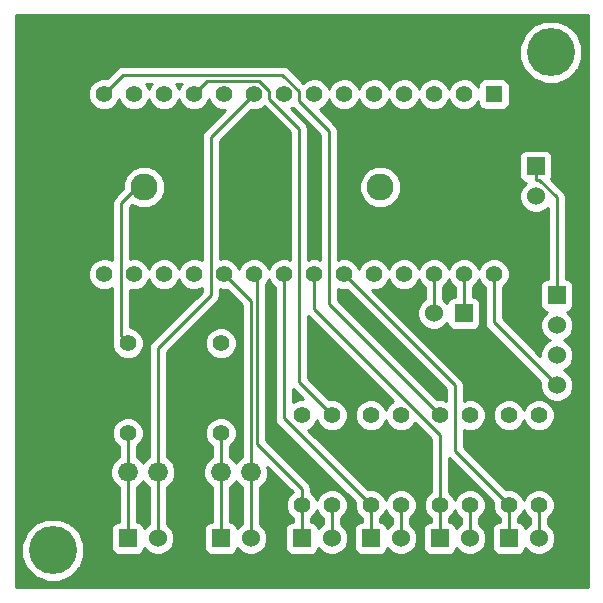
<source format=gbl>
G04 (created by PCBNEW (22-Jun-2014 BZR 4027)-stable) date Thu 15 Jan 2015 23:12:56 CET*
%MOIN*%
G04 Gerber Fmt 3.4, Leading zero omitted, Abs format*
%FSLAX34Y34*%
G01*
G70*
G90*
G04 APERTURE LIST*
%ADD10C,0.00590551*%
%ADD11C,0.09*%
%ADD12R,0.055X0.055*%
%ADD13C,0.055*%
%ADD14R,0.06X0.06*%
%ADD15C,0.06*%
%ADD16C,0.16*%
%ADD17C,0.066*%
%ADD18C,0.01*%
G04 APERTURE END LIST*
G54D10*
G54D11*
X42944Y-37300D03*
X50818Y-37300D03*
G54D12*
X54600Y-34200D03*
G54D13*
X53600Y-34200D03*
X52600Y-34200D03*
X51600Y-34200D03*
X50600Y-34200D03*
X49600Y-34200D03*
X48600Y-34200D03*
X47600Y-34200D03*
X46600Y-34200D03*
X45600Y-34200D03*
X44600Y-34200D03*
X43600Y-34200D03*
X42600Y-34200D03*
X41600Y-34200D03*
X41600Y-40200D03*
X42600Y-40200D03*
X43600Y-40200D03*
X44600Y-40200D03*
X45600Y-40200D03*
X46600Y-40200D03*
X47600Y-40200D03*
X48600Y-40200D03*
X49600Y-40200D03*
X50600Y-40200D03*
X51600Y-40200D03*
X52600Y-40200D03*
X53600Y-40200D03*
X54600Y-40200D03*
X49200Y-44900D03*
X49200Y-47900D03*
X48200Y-44900D03*
X48200Y-47900D03*
G54D14*
X48200Y-49000D03*
G54D15*
X49200Y-49000D03*
G54D13*
X51500Y-44900D03*
X51500Y-47900D03*
X50500Y-44900D03*
X50500Y-47900D03*
G54D14*
X56000Y-36600D03*
G54D15*
X56000Y-37600D03*
G54D14*
X50500Y-49000D03*
G54D15*
X51500Y-49000D03*
G54D16*
X39900Y-49400D03*
G54D13*
X55100Y-44900D03*
X55100Y-47900D03*
X42400Y-42500D03*
X42400Y-45500D03*
X53800Y-44900D03*
X53800Y-47900D03*
X52800Y-44900D03*
X52800Y-47900D03*
G54D14*
X55100Y-49000D03*
G54D15*
X56100Y-49000D03*
G54D14*
X52800Y-49000D03*
G54D15*
X53800Y-49000D03*
G54D13*
X45500Y-42500D03*
X45500Y-45500D03*
X56100Y-44900D03*
X56100Y-47900D03*
G54D17*
X43400Y-46800D03*
X42400Y-46800D03*
X46500Y-46800D03*
X45500Y-46800D03*
G54D14*
X42400Y-49000D03*
G54D15*
X43400Y-49000D03*
G54D14*
X45500Y-49000D03*
G54D15*
X46500Y-49000D03*
G54D16*
X56500Y-32800D03*
G54D14*
X56700Y-40900D03*
G54D15*
X56700Y-41900D03*
X56700Y-42900D03*
X56700Y-43900D03*
G54D14*
X53600Y-41500D03*
G54D15*
X52600Y-41500D03*
G54D18*
X56112Y-37050D02*
X56000Y-37050D01*
X56700Y-37637D02*
X56112Y-37050D01*
X56700Y-40900D02*
X56700Y-37637D01*
X56000Y-36600D02*
X56000Y-37050D01*
X42170Y-42270D02*
X42400Y-42500D01*
X42170Y-37829D02*
X42170Y-42270D01*
X42700Y-37300D02*
X42170Y-37829D01*
X54600Y-41800D02*
X56700Y-43900D01*
X54600Y-40200D02*
X54600Y-41800D01*
X42400Y-46800D02*
X42400Y-49000D01*
X42400Y-45500D02*
X42400Y-46800D01*
X43400Y-49000D02*
X43400Y-46800D01*
X45158Y-35641D02*
X46600Y-34200D01*
X45158Y-40901D02*
X45158Y-35641D01*
X43400Y-42660D02*
X45158Y-40901D01*
X43400Y-46800D02*
X43400Y-42660D01*
X45500Y-49000D02*
X45500Y-46800D01*
X45500Y-46800D02*
X45500Y-45500D01*
X46500Y-49000D02*
X46500Y-46800D01*
X46500Y-41100D02*
X45600Y-40200D01*
X46500Y-46800D02*
X46500Y-41100D01*
X53600Y-41500D02*
X53600Y-40200D01*
X50500Y-49000D02*
X50500Y-47900D01*
X47600Y-45000D02*
X47600Y-40200D01*
X50500Y-47900D02*
X47600Y-45000D01*
X51500Y-49000D02*
X51500Y-47900D01*
X45027Y-33772D02*
X44600Y-34200D01*
X46778Y-33772D02*
X45027Y-33772D01*
X47100Y-34094D02*
X46778Y-33772D01*
X47100Y-34350D02*
X47100Y-34094D01*
X48100Y-35350D02*
X47100Y-34350D01*
X48100Y-43800D02*
X48100Y-35350D01*
X49200Y-44900D02*
X48100Y-43800D01*
X42248Y-33551D02*
X41600Y-34200D01*
X47552Y-33551D02*
X42248Y-33551D01*
X48099Y-34098D02*
X47552Y-33551D01*
X48099Y-34424D02*
X48099Y-34098D01*
X49100Y-35425D02*
X48099Y-34424D01*
X49100Y-41200D02*
X49100Y-35425D01*
X52800Y-44900D02*
X49100Y-41200D01*
X53800Y-49000D02*
X53800Y-47900D01*
X55100Y-49000D02*
X55100Y-47900D01*
X53300Y-43900D02*
X49600Y-40200D01*
X53300Y-46100D02*
X53300Y-43900D01*
X55100Y-47900D02*
X53300Y-46100D01*
X52800Y-49000D02*
X52800Y-47900D01*
X48600Y-41375D02*
X48600Y-40200D01*
X52800Y-45575D02*
X48600Y-41375D01*
X52800Y-47900D02*
X52800Y-45575D01*
X49200Y-49000D02*
X49200Y-47900D01*
X48200Y-49000D02*
X48200Y-47900D01*
X46712Y-40312D02*
X46600Y-40200D01*
X46712Y-45857D02*
X46712Y-40312D01*
X48200Y-47345D02*
X46712Y-45857D01*
X48200Y-47900D02*
X48200Y-47345D01*
X56100Y-49000D02*
X56100Y-47900D01*
X52600Y-41500D02*
X52600Y-40200D01*
G54D10*
G36*
X43100Y-48528D02*
X43088Y-48533D01*
X42950Y-48672D01*
X42950Y-48650D01*
X42912Y-48558D01*
X42841Y-48488D01*
X42749Y-48450D01*
X42700Y-48450D01*
X42700Y-47303D01*
X42728Y-47291D01*
X42891Y-47128D01*
X42899Y-47108D01*
X42908Y-47128D01*
X43071Y-47291D01*
X43100Y-47303D01*
X43100Y-48528D01*
X43100Y-48528D01*
G37*
G54D18*
X43100Y-48528D02*
X43088Y-48533D01*
X42950Y-48672D01*
X42950Y-48650D01*
X42912Y-48558D01*
X42841Y-48488D01*
X42749Y-48450D01*
X42700Y-48450D01*
X42700Y-47303D01*
X42728Y-47291D01*
X42891Y-47128D01*
X42899Y-47108D01*
X42908Y-47128D01*
X43071Y-47291D01*
X43100Y-47303D01*
X43100Y-48528D01*
G54D10*
G36*
X43206Y-33851D02*
X43155Y-33902D01*
X43099Y-34035D01*
X43045Y-33903D01*
X42993Y-33851D01*
X43206Y-33851D01*
X43206Y-33851D01*
G37*
G54D18*
X43206Y-33851D02*
X43155Y-33902D01*
X43099Y-34035D01*
X43045Y-33903D01*
X42993Y-33851D01*
X43206Y-33851D01*
G54D10*
G36*
X44206Y-33851D02*
X44155Y-33902D01*
X44099Y-34035D01*
X44045Y-33903D01*
X43993Y-33851D01*
X44206Y-33851D01*
X44206Y-33851D01*
G37*
G54D18*
X44206Y-33851D02*
X44155Y-33902D01*
X44099Y-34035D01*
X44045Y-33903D01*
X43993Y-33851D01*
X44206Y-33851D01*
G54D10*
G36*
X46200Y-48528D02*
X46188Y-48533D01*
X46050Y-48672D01*
X46050Y-48650D01*
X46012Y-48558D01*
X45941Y-48488D01*
X45849Y-48450D01*
X45800Y-48450D01*
X45800Y-47303D01*
X45828Y-47291D01*
X45991Y-47128D01*
X45999Y-47108D01*
X46008Y-47128D01*
X46171Y-47291D01*
X46200Y-47303D01*
X46200Y-48528D01*
X46200Y-48528D01*
G37*
G54D18*
X46200Y-48528D02*
X46188Y-48533D01*
X46050Y-48672D01*
X46050Y-48650D01*
X46012Y-48558D01*
X45941Y-48488D01*
X45849Y-48450D01*
X45800Y-48450D01*
X45800Y-47303D01*
X45828Y-47291D01*
X45991Y-47128D01*
X45999Y-47108D01*
X46008Y-47128D01*
X46171Y-47291D01*
X46200Y-47303D01*
X46200Y-48528D01*
G54D10*
G36*
X47800Y-39714D02*
X47704Y-39675D01*
X47496Y-39674D01*
X47303Y-39754D01*
X47155Y-39902D01*
X47099Y-40035D01*
X47045Y-39903D01*
X46897Y-39755D01*
X46704Y-39675D01*
X46496Y-39674D01*
X46303Y-39754D01*
X46155Y-39902D01*
X46099Y-40035D01*
X46045Y-39903D01*
X45897Y-39755D01*
X45704Y-39675D01*
X45496Y-39674D01*
X45458Y-39690D01*
X45458Y-35765D01*
X46499Y-34724D01*
X46703Y-34725D01*
X46897Y-34645D01*
X46934Y-34608D01*
X47800Y-35474D01*
X47800Y-39714D01*
X47800Y-39714D01*
G37*
G54D18*
X47800Y-39714D02*
X47704Y-39675D01*
X47496Y-39674D01*
X47303Y-39754D01*
X47155Y-39902D01*
X47099Y-40035D01*
X47045Y-39903D01*
X46897Y-39755D01*
X46704Y-39675D01*
X46496Y-39674D01*
X46303Y-39754D01*
X46155Y-39902D01*
X46099Y-40035D01*
X46045Y-39903D01*
X45897Y-39755D01*
X45704Y-39675D01*
X45496Y-39674D01*
X45458Y-39690D01*
X45458Y-35765D01*
X46499Y-34724D01*
X46703Y-34725D01*
X46897Y-34645D01*
X46934Y-34608D01*
X47800Y-35474D01*
X47800Y-39714D01*
G54D10*
G36*
X48250Y-44375D02*
X48096Y-44374D01*
X47903Y-44454D01*
X47900Y-44457D01*
X47900Y-44024D01*
X48250Y-44375D01*
X48250Y-44375D01*
G37*
G54D18*
X48250Y-44375D02*
X48096Y-44374D01*
X47903Y-44454D01*
X47900Y-44457D01*
X47900Y-44024D01*
X48250Y-44375D01*
G54D10*
G36*
X48800Y-39714D02*
X48704Y-39675D01*
X48496Y-39674D01*
X48400Y-39714D01*
X48400Y-35350D01*
X48377Y-35235D01*
X48312Y-35137D01*
X48312Y-35137D01*
X47845Y-34671D01*
X47872Y-34660D01*
X47874Y-34654D01*
X47896Y-34645D01*
X48800Y-35549D01*
X48800Y-39714D01*
X48800Y-39714D01*
G37*
G54D18*
X48800Y-39714D02*
X48704Y-39675D01*
X48496Y-39674D01*
X48400Y-39714D01*
X48400Y-35350D01*
X48377Y-35235D01*
X48312Y-35137D01*
X48312Y-35137D01*
X47845Y-34671D01*
X47872Y-34660D01*
X47874Y-34654D01*
X47896Y-34645D01*
X48800Y-35549D01*
X48800Y-39714D01*
G54D10*
G36*
X48900Y-48528D02*
X48888Y-48533D01*
X48750Y-48672D01*
X48750Y-48650D01*
X48712Y-48558D01*
X48641Y-48488D01*
X48549Y-48450D01*
X48500Y-48450D01*
X48500Y-48342D01*
X48644Y-48197D01*
X48700Y-48064D01*
X48754Y-48197D01*
X48900Y-48342D01*
X48900Y-48528D01*
X48900Y-48528D01*
G37*
G54D18*
X48900Y-48528D02*
X48888Y-48533D01*
X48750Y-48672D01*
X48750Y-48650D01*
X48712Y-48558D01*
X48641Y-48488D01*
X48549Y-48450D01*
X48500Y-48450D01*
X48500Y-48342D01*
X48644Y-48197D01*
X48700Y-48064D01*
X48754Y-48197D01*
X48900Y-48342D01*
X48900Y-48528D01*
G54D10*
G36*
X51200Y-48528D02*
X51188Y-48533D01*
X51050Y-48672D01*
X51050Y-48650D01*
X51012Y-48558D01*
X50941Y-48488D01*
X50849Y-48450D01*
X50800Y-48450D01*
X50800Y-48342D01*
X50944Y-48197D01*
X51000Y-48064D01*
X51054Y-48197D01*
X51200Y-48342D01*
X51200Y-48528D01*
X51200Y-48528D01*
G37*
G54D18*
X51200Y-48528D02*
X51188Y-48533D01*
X51050Y-48672D01*
X51050Y-48650D01*
X51012Y-48558D01*
X50941Y-48488D01*
X50849Y-48450D01*
X50800Y-48450D01*
X50800Y-48342D01*
X50944Y-48197D01*
X51000Y-48064D01*
X51054Y-48197D01*
X51200Y-48342D01*
X51200Y-48528D01*
G54D10*
G36*
X53000Y-44414D02*
X52904Y-44375D01*
X52699Y-44374D01*
X49400Y-41075D01*
X49400Y-40685D01*
X49495Y-40724D01*
X49700Y-40725D01*
X53000Y-44024D01*
X53000Y-44414D01*
X53000Y-44414D01*
G37*
G54D18*
X53000Y-44414D02*
X52904Y-44375D01*
X52699Y-44374D01*
X49400Y-41075D01*
X49400Y-40685D01*
X49495Y-40724D01*
X49700Y-40725D01*
X53000Y-44024D01*
X53000Y-44414D01*
G54D10*
G36*
X53300Y-40949D02*
X53250Y-40949D01*
X53158Y-40987D01*
X53088Y-41058D01*
X53050Y-41150D01*
X53050Y-41172D01*
X52911Y-41034D01*
X52900Y-41029D01*
X52900Y-40642D01*
X53044Y-40497D01*
X53100Y-40364D01*
X53154Y-40497D01*
X53300Y-40642D01*
X53300Y-40949D01*
X53300Y-40949D01*
G37*
G54D18*
X53300Y-40949D02*
X53250Y-40949D01*
X53158Y-40987D01*
X53088Y-41058D01*
X53050Y-41150D01*
X53050Y-41172D01*
X52911Y-41034D01*
X52900Y-41029D01*
X52900Y-40642D01*
X53044Y-40497D01*
X53100Y-40364D01*
X53154Y-40497D01*
X53300Y-40642D01*
X53300Y-40949D01*
G54D10*
G36*
X53500Y-48528D02*
X53488Y-48533D01*
X53350Y-48672D01*
X53350Y-48650D01*
X53312Y-48558D01*
X53241Y-48488D01*
X53149Y-48450D01*
X53100Y-48450D01*
X53100Y-48342D01*
X53244Y-48197D01*
X53300Y-48064D01*
X53354Y-48197D01*
X53500Y-48342D01*
X53500Y-48528D01*
X53500Y-48528D01*
G37*
G54D18*
X53500Y-48528D02*
X53488Y-48533D01*
X53350Y-48672D01*
X53350Y-48650D01*
X53312Y-48558D01*
X53241Y-48488D01*
X53149Y-48450D01*
X53100Y-48450D01*
X53100Y-48342D01*
X53244Y-48197D01*
X53300Y-48064D01*
X53354Y-48197D01*
X53500Y-48342D01*
X53500Y-48528D01*
G54D10*
G36*
X55800Y-48528D02*
X55788Y-48533D01*
X55650Y-48672D01*
X55650Y-48650D01*
X55612Y-48558D01*
X55541Y-48488D01*
X55449Y-48450D01*
X55400Y-48450D01*
X55400Y-48342D01*
X55544Y-48197D01*
X55600Y-48064D01*
X55654Y-48197D01*
X55800Y-48342D01*
X55800Y-48528D01*
X55800Y-48528D01*
G37*
G54D18*
X55800Y-48528D02*
X55788Y-48533D01*
X55650Y-48672D01*
X55650Y-48650D01*
X55612Y-48558D01*
X55541Y-48488D01*
X55449Y-48450D01*
X55400Y-48450D01*
X55400Y-48342D01*
X55544Y-48197D01*
X55600Y-48064D01*
X55654Y-48197D01*
X55800Y-48342D01*
X55800Y-48528D01*
G54D10*
G36*
X57730Y-50630D02*
X57551Y-50630D01*
X57551Y-33001D01*
X57550Y-32796D01*
X57550Y-32592D01*
X57548Y-32587D01*
X57548Y-32583D01*
X57394Y-32211D01*
X57392Y-32210D01*
X57390Y-32206D01*
X57095Y-31910D01*
X57089Y-31907D01*
X57088Y-31905D01*
X56898Y-31828D01*
X56709Y-31750D01*
X56705Y-31750D01*
X56701Y-31748D01*
X56496Y-31749D01*
X56292Y-31749D01*
X56287Y-31751D01*
X56283Y-31751D01*
X55911Y-31905D01*
X55910Y-31907D01*
X55906Y-31909D01*
X55610Y-32204D01*
X55607Y-32210D01*
X55605Y-32211D01*
X55528Y-32401D01*
X55450Y-32590D01*
X55450Y-32594D01*
X55448Y-32598D01*
X55449Y-32803D01*
X55449Y-33007D01*
X55451Y-33012D01*
X55451Y-33016D01*
X55605Y-33388D01*
X55607Y-33389D01*
X55609Y-33394D01*
X55904Y-33689D01*
X55910Y-33692D01*
X55911Y-33694D01*
X56101Y-33771D01*
X56290Y-33849D01*
X56294Y-33849D01*
X56298Y-33851D01*
X56503Y-33850D01*
X56707Y-33850D01*
X56712Y-33848D01*
X56716Y-33848D01*
X57088Y-33694D01*
X57089Y-33692D01*
X57094Y-33690D01*
X57389Y-33395D01*
X57392Y-33389D01*
X57394Y-33388D01*
X57471Y-33198D01*
X57549Y-33009D01*
X57549Y-33005D01*
X57551Y-33001D01*
X57551Y-50630D01*
X57250Y-50630D01*
X57250Y-43791D01*
X57166Y-43588D01*
X57011Y-43434D01*
X56930Y-43400D01*
X57011Y-43366D01*
X57165Y-43211D01*
X57249Y-43009D01*
X57250Y-42791D01*
X57166Y-42588D01*
X57011Y-42434D01*
X56930Y-42400D01*
X57011Y-42366D01*
X57165Y-42211D01*
X57249Y-42009D01*
X57250Y-41791D01*
X57166Y-41588D01*
X57027Y-41450D01*
X57049Y-41450D01*
X57141Y-41412D01*
X57211Y-41341D01*
X57249Y-41249D01*
X57250Y-41150D01*
X57250Y-40550D01*
X57212Y-40458D01*
X57141Y-40388D01*
X57049Y-40350D01*
X57000Y-40350D01*
X57000Y-37637D01*
X56977Y-37522D01*
X56912Y-37425D01*
X56912Y-37425D01*
X56516Y-37030D01*
X56549Y-36949D01*
X56550Y-36850D01*
X56550Y-36250D01*
X56512Y-36158D01*
X56441Y-36088D01*
X56349Y-36050D01*
X56250Y-36049D01*
X55650Y-36049D01*
X55558Y-36087D01*
X55488Y-36158D01*
X55450Y-36250D01*
X55449Y-36349D01*
X55449Y-36949D01*
X55487Y-37041D01*
X55558Y-37111D01*
X55650Y-37149D01*
X55672Y-37149D01*
X55534Y-37288D01*
X55450Y-37490D01*
X55449Y-37708D01*
X55533Y-37911D01*
X55688Y-38065D01*
X55890Y-38149D01*
X56108Y-38150D01*
X56311Y-38066D01*
X56400Y-37977D01*
X56400Y-40349D01*
X56350Y-40349D01*
X56258Y-40387D01*
X56188Y-40458D01*
X56150Y-40550D01*
X56149Y-40649D01*
X56149Y-41249D01*
X56187Y-41341D01*
X56258Y-41411D01*
X56350Y-41449D01*
X56372Y-41449D01*
X56234Y-41588D01*
X56150Y-41790D01*
X56149Y-42008D01*
X56233Y-42211D01*
X56388Y-42365D01*
X56469Y-42399D01*
X56388Y-42433D01*
X56234Y-42588D01*
X56150Y-42790D01*
X56149Y-42925D01*
X54900Y-41675D01*
X54900Y-40642D01*
X55044Y-40497D01*
X55124Y-40304D01*
X55125Y-40096D01*
X55045Y-39903D01*
X54897Y-39755D01*
X54704Y-39675D01*
X54496Y-39674D01*
X54303Y-39754D01*
X54155Y-39902D01*
X54099Y-40035D01*
X54045Y-39903D01*
X53897Y-39755D01*
X53704Y-39675D01*
X53496Y-39674D01*
X53303Y-39754D01*
X53155Y-39902D01*
X53099Y-40035D01*
X53045Y-39903D01*
X52897Y-39755D01*
X52704Y-39675D01*
X52496Y-39674D01*
X52303Y-39754D01*
X52155Y-39902D01*
X52099Y-40035D01*
X52045Y-39903D01*
X51897Y-39755D01*
X51704Y-39675D01*
X51518Y-39674D01*
X51518Y-37161D01*
X51411Y-36904D01*
X51215Y-36706D01*
X50957Y-36600D01*
X50679Y-36599D01*
X50422Y-36706D01*
X50225Y-36902D01*
X50118Y-37160D01*
X50117Y-37438D01*
X50224Y-37696D01*
X50421Y-37893D01*
X50678Y-37999D01*
X50956Y-38000D01*
X51214Y-37893D01*
X51411Y-37697D01*
X51517Y-37439D01*
X51518Y-37161D01*
X51518Y-39674D01*
X51496Y-39674D01*
X51303Y-39754D01*
X51155Y-39902D01*
X51099Y-40035D01*
X51045Y-39903D01*
X50897Y-39755D01*
X50704Y-39675D01*
X50496Y-39674D01*
X50303Y-39754D01*
X50155Y-39902D01*
X50099Y-40035D01*
X50045Y-39903D01*
X49897Y-39755D01*
X49704Y-39675D01*
X49496Y-39674D01*
X49400Y-39714D01*
X49400Y-35425D01*
X49377Y-35310D01*
X49312Y-35212D01*
X49312Y-35212D01*
X48792Y-34693D01*
X48872Y-34660D01*
X48874Y-34654D01*
X48897Y-34645D01*
X49044Y-34497D01*
X49054Y-34474D01*
X49060Y-34472D01*
X49090Y-34387D01*
X49097Y-34371D01*
X49139Y-34472D01*
X49145Y-34474D01*
X49154Y-34497D01*
X49302Y-34644D01*
X49325Y-34654D01*
X49327Y-34660D01*
X49412Y-34690D01*
X49495Y-34724D01*
X49510Y-34724D01*
X49524Y-34729D01*
X49614Y-34725D01*
X49703Y-34725D01*
X49717Y-34719D01*
X49732Y-34718D01*
X49872Y-34660D01*
X49874Y-34654D01*
X49897Y-34645D01*
X50044Y-34497D01*
X50054Y-34474D01*
X50060Y-34472D01*
X50090Y-34387D01*
X50097Y-34371D01*
X50139Y-34472D01*
X50145Y-34474D01*
X50154Y-34497D01*
X50302Y-34644D01*
X50325Y-34654D01*
X50327Y-34660D01*
X50412Y-34690D01*
X50495Y-34724D01*
X50510Y-34724D01*
X50524Y-34729D01*
X50614Y-34725D01*
X50703Y-34725D01*
X50717Y-34719D01*
X50732Y-34718D01*
X50872Y-34660D01*
X50874Y-34654D01*
X50897Y-34645D01*
X51044Y-34497D01*
X51054Y-34474D01*
X51060Y-34472D01*
X51090Y-34387D01*
X51097Y-34371D01*
X51139Y-34472D01*
X51145Y-34474D01*
X51154Y-34497D01*
X51302Y-34644D01*
X51325Y-34654D01*
X51327Y-34660D01*
X51412Y-34690D01*
X51495Y-34724D01*
X51510Y-34724D01*
X51524Y-34729D01*
X51614Y-34725D01*
X51703Y-34725D01*
X51717Y-34719D01*
X51732Y-34718D01*
X51872Y-34660D01*
X51874Y-34654D01*
X51897Y-34645D01*
X52044Y-34497D01*
X52054Y-34474D01*
X52060Y-34472D01*
X52090Y-34387D01*
X52100Y-34364D01*
X52154Y-34497D01*
X52302Y-34644D01*
X52495Y-34724D01*
X52703Y-34725D01*
X52897Y-34645D01*
X53044Y-34497D01*
X53097Y-34371D01*
X53139Y-34472D01*
X53145Y-34474D01*
X53154Y-34497D01*
X53302Y-34644D01*
X53325Y-34654D01*
X53327Y-34660D01*
X53412Y-34690D01*
X53495Y-34724D01*
X53510Y-34724D01*
X53524Y-34729D01*
X53614Y-34725D01*
X53703Y-34725D01*
X53717Y-34719D01*
X53732Y-34718D01*
X53872Y-34660D01*
X53874Y-34654D01*
X53897Y-34645D01*
X54044Y-34497D01*
X54054Y-34474D01*
X54060Y-34472D01*
X54074Y-34431D01*
X54074Y-34524D01*
X54075Y-34524D01*
X54075Y-34524D01*
X54094Y-34570D01*
X54112Y-34616D01*
X54113Y-34616D01*
X54113Y-34616D01*
X54148Y-34651D01*
X54183Y-34686D01*
X54183Y-34686D01*
X54183Y-34687D01*
X54229Y-34705D01*
X54275Y-34724D01*
X54275Y-34724D01*
X54275Y-34725D01*
X54355Y-34725D01*
X54374Y-34725D01*
X54924Y-34725D01*
X55016Y-34687D01*
X55086Y-34616D01*
X55124Y-34524D01*
X55125Y-34425D01*
X55125Y-33974D01*
X55125Y-33875D01*
X55124Y-33875D01*
X55124Y-33875D01*
X55105Y-33829D01*
X55087Y-33783D01*
X55086Y-33783D01*
X55086Y-33783D01*
X55051Y-33748D01*
X55016Y-33713D01*
X55016Y-33713D01*
X55016Y-33712D01*
X54970Y-33694D01*
X54924Y-33675D01*
X54924Y-33675D01*
X54924Y-33674D01*
X54844Y-33674D01*
X54825Y-33674D01*
X54275Y-33674D01*
X54183Y-33712D01*
X54113Y-33783D01*
X54075Y-33875D01*
X54074Y-33962D01*
X54060Y-33927D01*
X54054Y-33925D01*
X54045Y-33903D01*
X53897Y-33755D01*
X53874Y-33745D01*
X53872Y-33739D01*
X53787Y-33709D01*
X53704Y-33675D01*
X53689Y-33675D01*
X53675Y-33670D01*
X53585Y-33674D01*
X53496Y-33674D01*
X53482Y-33680D01*
X53467Y-33681D01*
X53327Y-33739D01*
X53325Y-33745D01*
X53303Y-33754D01*
X53155Y-33902D01*
X53145Y-33925D01*
X53139Y-33927D01*
X53109Y-34012D01*
X53099Y-34035D01*
X53045Y-33903D01*
X52897Y-33755D01*
X52704Y-33675D01*
X52496Y-33674D01*
X52303Y-33754D01*
X52155Y-33902D01*
X52102Y-34028D01*
X52060Y-33927D01*
X52054Y-33925D01*
X52045Y-33903D01*
X51897Y-33755D01*
X51874Y-33745D01*
X51872Y-33739D01*
X51787Y-33709D01*
X51704Y-33675D01*
X51689Y-33675D01*
X51675Y-33670D01*
X51585Y-33674D01*
X51496Y-33674D01*
X51482Y-33680D01*
X51467Y-33681D01*
X51327Y-33739D01*
X51325Y-33745D01*
X51303Y-33754D01*
X51155Y-33902D01*
X51145Y-33925D01*
X51139Y-33927D01*
X51109Y-34012D01*
X51102Y-34028D01*
X51060Y-33927D01*
X51054Y-33925D01*
X51045Y-33903D01*
X50897Y-33755D01*
X50874Y-33745D01*
X50872Y-33739D01*
X50787Y-33709D01*
X50704Y-33675D01*
X50689Y-33675D01*
X50675Y-33670D01*
X50585Y-33674D01*
X50496Y-33674D01*
X50482Y-33680D01*
X50467Y-33681D01*
X50327Y-33739D01*
X50325Y-33745D01*
X50303Y-33754D01*
X50155Y-33902D01*
X50145Y-33925D01*
X50139Y-33927D01*
X50109Y-34012D01*
X50102Y-34028D01*
X50060Y-33927D01*
X50054Y-33925D01*
X50045Y-33903D01*
X49897Y-33755D01*
X49874Y-33745D01*
X49872Y-33739D01*
X49787Y-33709D01*
X49704Y-33675D01*
X49689Y-33675D01*
X49675Y-33670D01*
X49585Y-33674D01*
X49496Y-33674D01*
X49482Y-33680D01*
X49467Y-33681D01*
X49327Y-33739D01*
X49325Y-33745D01*
X49303Y-33754D01*
X49155Y-33902D01*
X49145Y-33925D01*
X49139Y-33927D01*
X49109Y-34012D01*
X49102Y-34028D01*
X49060Y-33927D01*
X49054Y-33925D01*
X49045Y-33903D01*
X48897Y-33755D01*
X48874Y-33745D01*
X48872Y-33739D01*
X48787Y-33709D01*
X48704Y-33675D01*
X48689Y-33675D01*
X48675Y-33670D01*
X48585Y-33674D01*
X48496Y-33674D01*
X48482Y-33680D01*
X48467Y-33681D01*
X48327Y-33739D01*
X48325Y-33745D01*
X48303Y-33754D01*
X48241Y-33816D01*
X47764Y-33339D01*
X47667Y-33274D01*
X47552Y-33251D01*
X42248Y-33251D01*
X42133Y-33274D01*
X42036Y-33339D01*
X41700Y-33675D01*
X41496Y-33674D01*
X41303Y-33754D01*
X41155Y-33902D01*
X41075Y-34095D01*
X41074Y-34303D01*
X41154Y-34497D01*
X41302Y-34644D01*
X41495Y-34724D01*
X41703Y-34725D01*
X41897Y-34645D01*
X42044Y-34497D01*
X42100Y-34364D01*
X42154Y-34497D01*
X42302Y-34644D01*
X42495Y-34724D01*
X42703Y-34725D01*
X42897Y-34645D01*
X43044Y-34497D01*
X43100Y-34364D01*
X43154Y-34497D01*
X43302Y-34644D01*
X43495Y-34724D01*
X43703Y-34725D01*
X43897Y-34645D01*
X44044Y-34497D01*
X44100Y-34364D01*
X44154Y-34497D01*
X44302Y-34644D01*
X44495Y-34724D01*
X44703Y-34725D01*
X44897Y-34645D01*
X45044Y-34497D01*
X45100Y-34364D01*
X45154Y-34497D01*
X45302Y-34644D01*
X45495Y-34724D01*
X45650Y-34725D01*
X44946Y-35429D01*
X44881Y-35526D01*
X44858Y-35641D01*
X44858Y-39738D01*
X44704Y-39675D01*
X44496Y-39674D01*
X44303Y-39754D01*
X44155Y-39902D01*
X44099Y-40035D01*
X44045Y-39903D01*
X43897Y-39755D01*
X43704Y-39675D01*
X43496Y-39674D01*
X43303Y-39754D01*
X43155Y-39902D01*
X43099Y-40035D01*
X43045Y-39903D01*
X42897Y-39755D01*
X42704Y-39675D01*
X42496Y-39674D01*
X42470Y-39685D01*
X42470Y-37953D01*
X42539Y-37885D01*
X42547Y-37893D01*
X42804Y-37999D01*
X43082Y-38000D01*
X43340Y-37893D01*
X43537Y-37697D01*
X43643Y-37439D01*
X43644Y-37161D01*
X43537Y-36904D01*
X43341Y-36706D01*
X43083Y-36600D01*
X42805Y-36599D01*
X42548Y-36706D01*
X42351Y-36902D01*
X42244Y-37160D01*
X42244Y-37331D01*
X41957Y-37617D01*
X41892Y-37714D01*
X41870Y-37829D01*
X41870Y-39738D01*
X41787Y-39709D01*
X41704Y-39675D01*
X41689Y-39675D01*
X41675Y-39670D01*
X41585Y-39674D01*
X41496Y-39674D01*
X41482Y-39680D01*
X41467Y-39681D01*
X41327Y-39739D01*
X41325Y-39745D01*
X41303Y-39754D01*
X41155Y-39902D01*
X41145Y-39925D01*
X41139Y-39927D01*
X41109Y-40012D01*
X41075Y-40095D01*
X41075Y-40110D01*
X41070Y-40124D01*
X41074Y-40214D01*
X41074Y-40303D01*
X41080Y-40317D01*
X41081Y-40332D01*
X41139Y-40472D01*
X41145Y-40474D01*
X41154Y-40497D01*
X41302Y-40644D01*
X41325Y-40654D01*
X41327Y-40660D01*
X41412Y-40690D01*
X41495Y-40724D01*
X41510Y-40724D01*
X41524Y-40729D01*
X41614Y-40725D01*
X41703Y-40725D01*
X41717Y-40719D01*
X41732Y-40718D01*
X41870Y-40661D01*
X41870Y-42270D01*
X41888Y-42362D01*
X41888Y-42362D01*
X41875Y-42395D01*
X41874Y-42603D01*
X41954Y-42797D01*
X42102Y-42944D01*
X42295Y-43024D01*
X42503Y-43025D01*
X42697Y-42945D01*
X42844Y-42797D01*
X42924Y-42604D01*
X42925Y-42396D01*
X42845Y-42203D01*
X42697Y-42055D01*
X42504Y-41975D01*
X42470Y-41975D01*
X42470Y-40714D01*
X42495Y-40724D01*
X42703Y-40725D01*
X42897Y-40645D01*
X43044Y-40497D01*
X43100Y-40364D01*
X43154Y-40497D01*
X43302Y-40644D01*
X43495Y-40724D01*
X43703Y-40725D01*
X43897Y-40645D01*
X44044Y-40497D01*
X44100Y-40364D01*
X44154Y-40497D01*
X44302Y-40644D01*
X44495Y-40724D01*
X44703Y-40725D01*
X44858Y-40661D01*
X44858Y-40777D01*
X43187Y-42447D01*
X43122Y-42545D01*
X43100Y-42660D01*
X43100Y-46296D01*
X43071Y-46308D01*
X42908Y-46471D01*
X42900Y-46491D01*
X42891Y-46471D01*
X42728Y-46308D01*
X42700Y-46296D01*
X42700Y-45942D01*
X42844Y-45797D01*
X42924Y-45604D01*
X42925Y-45396D01*
X42845Y-45203D01*
X42697Y-45055D01*
X42504Y-44975D01*
X42296Y-44974D01*
X42103Y-45054D01*
X41955Y-45202D01*
X41875Y-45395D01*
X41874Y-45603D01*
X41954Y-45797D01*
X42100Y-45942D01*
X42100Y-46296D01*
X42071Y-46308D01*
X41908Y-46471D01*
X41820Y-46684D01*
X41819Y-46914D01*
X41908Y-47128D01*
X42071Y-47291D01*
X42100Y-47303D01*
X42100Y-48449D01*
X42050Y-48449D01*
X41958Y-48487D01*
X41888Y-48558D01*
X41850Y-48650D01*
X41849Y-48749D01*
X41849Y-49349D01*
X41887Y-49441D01*
X41958Y-49511D01*
X42050Y-49549D01*
X42149Y-49550D01*
X42749Y-49550D01*
X42841Y-49512D01*
X42911Y-49441D01*
X42949Y-49349D01*
X42949Y-49327D01*
X43088Y-49465D01*
X43290Y-49549D01*
X43508Y-49550D01*
X43711Y-49466D01*
X43865Y-49311D01*
X43949Y-49109D01*
X43950Y-48891D01*
X43866Y-48688D01*
X43711Y-48534D01*
X43700Y-48529D01*
X43700Y-47303D01*
X43728Y-47291D01*
X43891Y-47128D01*
X43979Y-46915D01*
X43980Y-46685D01*
X43891Y-46471D01*
X43728Y-46308D01*
X43700Y-46296D01*
X43700Y-42784D01*
X45370Y-41113D01*
X45370Y-41113D01*
X45435Y-41016D01*
X45458Y-40901D01*
X45458Y-40901D01*
X45458Y-40709D01*
X45495Y-40724D01*
X45700Y-40725D01*
X46200Y-41224D01*
X46200Y-46296D01*
X46171Y-46308D01*
X46008Y-46471D01*
X46000Y-46491D01*
X45991Y-46471D01*
X45828Y-46308D01*
X45800Y-46296D01*
X45800Y-45942D01*
X45944Y-45797D01*
X46024Y-45604D01*
X46025Y-45396D01*
X46025Y-42396D01*
X45945Y-42203D01*
X45797Y-42055D01*
X45604Y-41975D01*
X45396Y-41974D01*
X45203Y-42054D01*
X45055Y-42202D01*
X44975Y-42395D01*
X44974Y-42603D01*
X45054Y-42797D01*
X45202Y-42944D01*
X45395Y-43024D01*
X45603Y-43025D01*
X45797Y-42945D01*
X45944Y-42797D01*
X46024Y-42604D01*
X46025Y-42396D01*
X46025Y-45396D01*
X45945Y-45203D01*
X45797Y-45055D01*
X45604Y-44975D01*
X45396Y-44974D01*
X45203Y-45054D01*
X45055Y-45202D01*
X44975Y-45395D01*
X44974Y-45603D01*
X45054Y-45797D01*
X45200Y-45942D01*
X45200Y-46296D01*
X45171Y-46308D01*
X45008Y-46471D01*
X44920Y-46684D01*
X44919Y-46914D01*
X45008Y-47128D01*
X45171Y-47291D01*
X45200Y-47303D01*
X45200Y-48449D01*
X45150Y-48449D01*
X45058Y-48487D01*
X44988Y-48558D01*
X44950Y-48650D01*
X44949Y-48749D01*
X44949Y-49349D01*
X44987Y-49441D01*
X45058Y-49511D01*
X45150Y-49549D01*
X45249Y-49550D01*
X45849Y-49550D01*
X45941Y-49512D01*
X46011Y-49441D01*
X46049Y-49349D01*
X46049Y-49327D01*
X46188Y-49465D01*
X46390Y-49549D01*
X46608Y-49550D01*
X46811Y-49466D01*
X46965Y-49311D01*
X47049Y-49109D01*
X47050Y-48891D01*
X46966Y-48688D01*
X46811Y-48534D01*
X46800Y-48529D01*
X46800Y-47303D01*
X46828Y-47291D01*
X46991Y-47128D01*
X47079Y-46915D01*
X47080Y-46685D01*
X47054Y-46624D01*
X47894Y-47463D01*
X47755Y-47602D01*
X47675Y-47795D01*
X47674Y-48003D01*
X47754Y-48197D01*
X47900Y-48342D01*
X47900Y-48449D01*
X47850Y-48449D01*
X47758Y-48487D01*
X47688Y-48558D01*
X47650Y-48650D01*
X47649Y-48749D01*
X47649Y-49349D01*
X47687Y-49441D01*
X47758Y-49511D01*
X47850Y-49549D01*
X47949Y-49550D01*
X48549Y-49550D01*
X48641Y-49512D01*
X48711Y-49441D01*
X48749Y-49349D01*
X48749Y-49327D01*
X48888Y-49465D01*
X49090Y-49549D01*
X49308Y-49550D01*
X49511Y-49466D01*
X49665Y-49311D01*
X49749Y-49109D01*
X49750Y-48891D01*
X49666Y-48688D01*
X49511Y-48534D01*
X49500Y-48529D01*
X49500Y-48342D01*
X49644Y-48197D01*
X49724Y-48004D01*
X49725Y-47796D01*
X49645Y-47603D01*
X49497Y-47455D01*
X49304Y-47375D01*
X49096Y-47374D01*
X48903Y-47454D01*
X48755Y-47602D01*
X48699Y-47735D01*
X48645Y-47603D01*
X48500Y-47457D01*
X48500Y-47345D01*
X48477Y-47230D01*
X48412Y-47132D01*
X48412Y-47132D01*
X47012Y-45733D01*
X47012Y-40529D01*
X47044Y-40497D01*
X47100Y-40364D01*
X47154Y-40497D01*
X47300Y-40642D01*
X47300Y-45000D01*
X47322Y-45114D01*
X47387Y-45212D01*
X49975Y-47799D01*
X49974Y-48003D01*
X50054Y-48197D01*
X50200Y-48342D01*
X50200Y-48449D01*
X50150Y-48449D01*
X50058Y-48487D01*
X49988Y-48558D01*
X49950Y-48650D01*
X49949Y-48749D01*
X49949Y-49349D01*
X49987Y-49441D01*
X50058Y-49511D01*
X50150Y-49549D01*
X50249Y-49550D01*
X50849Y-49550D01*
X50941Y-49512D01*
X51011Y-49441D01*
X51049Y-49349D01*
X51049Y-49327D01*
X51188Y-49465D01*
X51390Y-49549D01*
X51608Y-49550D01*
X51811Y-49466D01*
X51965Y-49311D01*
X52049Y-49109D01*
X52050Y-48891D01*
X51966Y-48688D01*
X51811Y-48534D01*
X51800Y-48529D01*
X51800Y-48342D01*
X51944Y-48197D01*
X52024Y-48004D01*
X52025Y-47796D01*
X51945Y-47603D01*
X51797Y-47455D01*
X51604Y-47375D01*
X51396Y-47374D01*
X51203Y-47454D01*
X51055Y-47602D01*
X50999Y-47735D01*
X50945Y-47603D01*
X50797Y-47455D01*
X50604Y-47375D01*
X50399Y-47374D01*
X48406Y-45382D01*
X48497Y-45345D01*
X48644Y-45197D01*
X48700Y-45064D01*
X48754Y-45197D01*
X48902Y-45344D01*
X49095Y-45424D01*
X49303Y-45425D01*
X49497Y-45345D01*
X49644Y-45197D01*
X49724Y-45004D01*
X49725Y-44796D01*
X49645Y-44603D01*
X49497Y-44455D01*
X49304Y-44375D01*
X49099Y-44374D01*
X48400Y-43675D01*
X48400Y-41600D01*
X51239Y-44439D01*
X51203Y-44454D01*
X51055Y-44602D01*
X50999Y-44735D01*
X50945Y-44603D01*
X50797Y-44455D01*
X50604Y-44375D01*
X50396Y-44374D01*
X50203Y-44454D01*
X50055Y-44602D01*
X49975Y-44795D01*
X49974Y-45003D01*
X50054Y-45197D01*
X50202Y-45344D01*
X50395Y-45424D01*
X50603Y-45425D01*
X50797Y-45345D01*
X50944Y-45197D01*
X51000Y-45064D01*
X51054Y-45197D01*
X51202Y-45344D01*
X51395Y-45424D01*
X51603Y-45425D01*
X51797Y-45345D01*
X51944Y-45197D01*
X51960Y-45160D01*
X52500Y-45700D01*
X52500Y-47457D01*
X52355Y-47602D01*
X52275Y-47795D01*
X52274Y-48003D01*
X52354Y-48197D01*
X52500Y-48342D01*
X52500Y-48449D01*
X52450Y-48449D01*
X52358Y-48487D01*
X52288Y-48558D01*
X52250Y-48650D01*
X52249Y-48749D01*
X52249Y-49349D01*
X52287Y-49441D01*
X52358Y-49511D01*
X52450Y-49549D01*
X52549Y-49550D01*
X53149Y-49550D01*
X53241Y-49512D01*
X53311Y-49441D01*
X53349Y-49349D01*
X53349Y-49327D01*
X53488Y-49465D01*
X53690Y-49549D01*
X53908Y-49550D01*
X54111Y-49466D01*
X54265Y-49311D01*
X54349Y-49109D01*
X54350Y-48891D01*
X54266Y-48688D01*
X54111Y-48534D01*
X54100Y-48529D01*
X54100Y-48342D01*
X54244Y-48197D01*
X54324Y-48004D01*
X54325Y-47796D01*
X54245Y-47603D01*
X54097Y-47455D01*
X53904Y-47375D01*
X53696Y-47374D01*
X53503Y-47454D01*
X53355Y-47602D01*
X53299Y-47735D01*
X53245Y-47603D01*
X53100Y-47457D01*
X53100Y-46324D01*
X54575Y-47799D01*
X54574Y-48003D01*
X54654Y-48197D01*
X54800Y-48342D01*
X54800Y-48449D01*
X54750Y-48449D01*
X54658Y-48487D01*
X54588Y-48558D01*
X54550Y-48650D01*
X54549Y-48749D01*
X54549Y-49349D01*
X54587Y-49441D01*
X54658Y-49511D01*
X54750Y-49549D01*
X54849Y-49550D01*
X55449Y-49550D01*
X55541Y-49512D01*
X55611Y-49441D01*
X55649Y-49349D01*
X55649Y-49327D01*
X55788Y-49465D01*
X55990Y-49549D01*
X56208Y-49550D01*
X56411Y-49466D01*
X56565Y-49311D01*
X56649Y-49109D01*
X56650Y-48891D01*
X56566Y-48688D01*
X56411Y-48534D01*
X56400Y-48529D01*
X56400Y-48342D01*
X56544Y-48197D01*
X56624Y-48004D01*
X56625Y-47796D01*
X56625Y-44796D01*
X56545Y-44603D01*
X56397Y-44455D01*
X56204Y-44375D01*
X55996Y-44374D01*
X55803Y-44454D01*
X55655Y-44602D01*
X55599Y-44735D01*
X55545Y-44603D01*
X55397Y-44455D01*
X55204Y-44375D01*
X54996Y-44374D01*
X54803Y-44454D01*
X54655Y-44602D01*
X54575Y-44795D01*
X54574Y-45003D01*
X54654Y-45197D01*
X54802Y-45344D01*
X54995Y-45424D01*
X55203Y-45425D01*
X55397Y-45345D01*
X55544Y-45197D01*
X55600Y-45064D01*
X55654Y-45197D01*
X55802Y-45344D01*
X55995Y-45424D01*
X56203Y-45425D01*
X56397Y-45345D01*
X56544Y-45197D01*
X56624Y-45004D01*
X56625Y-44796D01*
X56625Y-47796D01*
X56545Y-47603D01*
X56397Y-47455D01*
X56204Y-47375D01*
X55996Y-47374D01*
X55803Y-47454D01*
X55655Y-47602D01*
X55599Y-47735D01*
X55545Y-47603D01*
X55397Y-47455D01*
X55204Y-47375D01*
X54999Y-47374D01*
X53600Y-45975D01*
X53600Y-45385D01*
X53695Y-45424D01*
X53903Y-45425D01*
X54097Y-45345D01*
X54244Y-45197D01*
X54324Y-45004D01*
X54325Y-44796D01*
X54245Y-44603D01*
X54097Y-44455D01*
X53904Y-44375D01*
X53696Y-44374D01*
X53600Y-44414D01*
X53600Y-43900D01*
X53577Y-43785D01*
X53512Y-43687D01*
X50549Y-40724D01*
X50703Y-40725D01*
X50897Y-40645D01*
X51044Y-40497D01*
X51100Y-40364D01*
X51154Y-40497D01*
X51302Y-40644D01*
X51495Y-40724D01*
X51703Y-40725D01*
X51897Y-40645D01*
X52044Y-40497D01*
X52100Y-40364D01*
X52154Y-40497D01*
X52300Y-40642D01*
X52300Y-41028D01*
X52288Y-41033D01*
X52134Y-41188D01*
X52050Y-41390D01*
X52049Y-41608D01*
X52133Y-41811D01*
X52288Y-41965D01*
X52490Y-42049D01*
X52708Y-42050D01*
X52911Y-41966D01*
X53049Y-41827D01*
X53049Y-41849D01*
X53087Y-41941D01*
X53158Y-42011D01*
X53250Y-42049D01*
X53349Y-42050D01*
X53949Y-42050D01*
X54041Y-42012D01*
X54111Y-41941D01*
X54149Y-41849D01*
X54150Y-41750D01*
X54150Y-41150D01*
X54112Y-41058D01*
X54041Y-40988D01*
X53949Y-40950D01*
X53900Y-40950D01*
X53900Y-40642D01*
X54044Y-40497D01*
X54100Y-40364D01*
X54154Y-40497D01*
X54300Y-40642D01*
X54300Y-41800D01*
X54322Y-41914D01*
X54387Y-42012D01*
X56154Y-43778D01*
X56150Y-43790D01*
X56149Y-44008D01*
X56233Y-44211D01*
X56388Y-44365D01*
X56590Y-44449D01*
X56808Y-44450D01*
X57011Y-44366D01*
X57165Y-44211D01*
X57249Y-44009D01*
X57250Y-43791D01*
X57250Y-50630D01*
X40951Y-50630D01*
X40951Y-49601D01*
X40950Y-49396D01*
X40950Y-49192D01*
X40948Y-49187D01*
X40948Y-49183D01*
X40794Y-48811D01*
X40792Y-48810D01*
X40790Y-48806D01*
X40495Y-48510D01*
X40489Y-48507D01*
X40488Y-48505D01*
X40298Y-48428D01*
X40109Y-48350D01*
X40105Y-48350D01*
X40101Y-48348D01*
X39896Y-48349D01*
X39692Y-48349D01*
X39687Y-48351D01*
X39683Y-48351D01*
X39311Y-48505D01*
X39310Y-48507D01*
X39306Y-48509D01*
X39010Y-48804D01*
X39007Y-48810D01*
X39005Y-48811D01*
X38928Y-49001D01*
X38850Y-49190D01*
X38850Y-49194D01*
X38848Y-49198D01*
X38849Y-49403D01*
X38849Y-49607D01*
X38851Y-49612D01*
X38851Y-49616D01*
X39005Y-49988D01*
X39007Y-49989D01*
X39009Y-49994D01*
X39304Y-50289D01*
X39310Y-50292D01*
X39311Y-50294D01*
X39501Y-50371D01*
X39690Y-50449D01*
X39694Y-50449D01*
X39698Y-50451D01*
X39903Y-50450D01*
X40107Y-50450D01*
X40112Y-50448D01*
X40116Y-50448D01*
X40488Y-50294D01*
X40489Y-50292D01*
X40494Y-50290D01*
X40789Y-49995D01*
X40792Y-49989D01*
X40794Y-49988D01*
X40871Y-49798D01*
X40949Y-49609D01*
X40949Y-49605D01*
X40951Y-49601D01*
X40951Y-50630D01*
X38669Y-50630D01*
X38669Y-31569D01*
X57730Y-31569D01*
X57730Y-50630D01*
X57730Y-50630D01*
G37*
G54D18*
X57730Y-50630D02*
X57551Y-50630D01*
X57551Y-33001D01*
X57550Y-32796D01*
X57550Y-32592D01*
X57548Y-32587D01*
X57548Y-32583D01*
X57394Y-32211D01*
X57392Y-32210D01*
X57390Y-32206D01*
X57095Y-31910D01*
X57089Y-31907D01*
X57088Y-31905D01*
X56898Y-31828D01*
X56709Y-31750D01*
X56705Y-31750D01*
X56701Y-31748D01*
X56496Y-31749D01*
X56292Y-31749D01*
X56287Y-31751D01*
X56283Y-31751D01*
X55911Y-31905D01*
X55910Y-31907D01*
X55906Y-31909D01*
X55610Y-32204D01*
X55607Y-32210D01*
X55605Y-32211D01*
X55528Y-32401D01*
X55450Y-32590D01*
X55450Y-32594D01*
X55448Y-32598D01*
X55449Y-32803D01*
X55449Y-33007D01*
X55451Y-33012D01*
X55451Y-33016D01*
X55605Y-33388D01*
X55607Y-33389D01*
X55609Y-33394D01*
X55904Y-33689D01*
X55910Y-33692D01*
X55911Y-33694D01*
X56101Y-33771D01*
X56290Y-33849D01*
X56294Y-33849D01*
X56298Y-33851D01*
X56503Y-33850D01*
X56707Y-33850D01*
X56712Y-33848D01*
X56716Y-33848D01*
X57088Y-33694D01*
X57089Y-33692D01*
X57094Y-33690D01*
X57389Y-33395D01*
X57392Y-33389D01*
X57394Y-33388D01*
X57471Y-33198D01*
X57549Y-33009D01*
X57549Y-33005D01*
X57551Y-33001D01*
X57551Y-50630D01*
X57250Y-50630D01*
X57250Y-43791D01*
X57166Y-43588D01*
X57011Y-43434D01*
X56930Y-43400D01*
X57011Y-43366D01*
X57165Y-43211D01*
X57249Y-43009D01*
X57250Y-42791D01*
X57166Y-42588D01*
X57011Y-42434D01*
X56930Y-42400D01*
X57011Y-42366D01*
X57165Y-42211D01*
X57249Y-42009D01*
X57250Y-41791D01*
X57166Y-41588D01*
X57027Y-41450D01*
X57049Y-41450D01*
X57141Y-41412D01*
X57211Y-41341D01*
X57249Y-41249D01*
X57250Y-41150D01*
X57250Y-40550D01*
X57212Y-40458D01*
X57141Y-40388D01*
X57049Y-40350D01*
X57000Y-40350D01*
X57000Y-37637D01*
X56977Y-37522D01*
X56912Y-37425D01*
X56912Y-37425D01*
X56516Y-37030D01*
X56549Y-36949D01*
X56550Y-36850D01*
X56550Y-36250D01*
X56512Y-36158D01*
X56441Y-36088D01*
X56349Y-36050D01*
X56250Y-36049D01*
X55650Y-36049D01*
X55558Y-36087D01*
X55488Y-36158D01*
X55450Y-36250D01*
X55449Y-36349D01*
X55449Y-36949D01*
X55487Y-37041D01*
X55558Y-37111D01*
X55650Y-37149D01*
X55672Y-37149D01*
X55534Y-37288D01*
X55450Y-37490D01*
X55449Y-37708D01*
X55533Y-37911D01*
X55688Y-38065D01*
X55890Y-38149D01*
X56108Y-38150D01*
X56311Y-38066D01*
X56400Y-37977D01*
X56400Y-40349D01*
X56350Y-40349D01*
X56258Y-40387D01*
X56188Y-40458D01*
X56150Y-40550D01*
X56149Y-40649D01*
X56149Y-41249D01*
X56187Y-41341D01*
X56258Y-41411D01*
X56350Y-41449D01*
X56372Y-41449D01*
X56234Y-41588D01*
X56150Y-41790D01*
X56149Y-42008D01*
X56233Y-42211D01*
X56388Y-42365D01*
X56469Y-42399D01*
X56388Y-42433D01*
X56234Y-42588D01*
X56150Y-42790D01*
X56149Y-42925D01*
X54900Y-41675D01*
X54900Y-40642D01*
X55044Y-40497D01*
X55124Y-40304D01*
X55125Y-40096D01*
X55045Y-39903D01*
X54897Y-39755D01*
X54704Y-39675D01*
X54496Y-39674D01*
X54303Y-39754D01*
X54155Y-39902D01*
X54099Y-40035D01*
X54045Y-39903D01*
X53897Y-39755D01*
X53704Y-39675D01*
X53496Y-39674D01*
X53303Y-39754D01*
X53155Y-39902D01*
X53099Y-40035D01*
X53045Y-39903D01*
X52897Y-39755D01*
X52704Y-39675D01*
X52496Y-39674D01*
X52303Y-39754D01*
X52155Y-39902D01*
X52099Y-40035D01*
X52045Y-39903D01*
X51897Y-39755D01*
X51704Y-39675D01*
X51518Y-39674D01*
X51518Y-37161D01*
X51411Y-36904D01*
X51215Y-36706D01*
X50957Y-36600D01*
X50679Y-36599D01*
X50422Y-36706D01*
X50225Y-36902D01*
X50118Y-37160D01*
X50117Y-37438D01*
X50224Y-37696D01*
X50421Y-37893D01*
X50678Y-37999D01*
X50956Y-38000D01*
X51214Y-37893D01*
X51411Y-37697D01*
X51517Y-37439D01*
X51518Y-37161D01*
X51518Y-39674D01*
X51496Y-39674D01*
X51303Y-39754D01*
X51155Y-39902D01*
X51099Y-40035D01*
X51045Y-39903D01*
X50897Y-39755D01*
X50704Y-39675D01*
X50496Y-39674D01*
X50303Y-39754D01*
X50155Y-39902D01*
X50099Y-40035D01*
X50045Y-39903D01*
X49897Y-39755D01*
X49704Y-39675D01*
X49496Y-39674D01*
X49400Y-39714D01*
X49400Y-35425D01*
X49377Y-35310D01*
X49312Y-35212D01*
X49312Y-35212D01*
X48792Y-34693D01*
X48872Y-34660D01*
X48874Y-34654D01*
X48897Y-34645D01*
X49044Y-34497D01*
X49054Y-34474D01*
X49060Y-34472D01*
X49090Y-34387D01*
X49097Y-34371D01*
X49139Y-34472D01*
X49145Y-34474D01*
X49154Y-34497D01*
X49302Y-34644D01*
X49325Y-34654D01*
X49327Y-34660D01*
X49412Y-34690D01*
X49495Y-34724D01*
X49510Y-34724D01*
X49524Y-34729D01*
X49614Y-34725D01*
X49703Y-34725D01*
X49717Y-34719D01*
X49732Y-34718D01*
X49872Y-34660D01*
X49874Y-34654D01*
X49897Y-34645D01*
X50044Y-34497D01*
X50054Y-34474D01*
X50060Y-34472D01*
X50090Y-34387D01*
X50097Y-34371D01*
X50139Y-34472D01*
X50145Y-34474D01*
X50154Y-34497D01*
X50302Y-34644D01*
X50325Y-34654D01*
X50327Y-34660D01*
X50412Y-34690D01*
X50495Y-34724D01*
X50510Y-34724D01*
X50524Y-34729D01*
X50614Y-34725D01*
X50703Y-34725D01*
X50717Y-34719D01*
X50732Y-34718D01*
X50872Y-34660D01*
X50874Y-34654D01*
X50897Y-34645D01*
X51044Y-34497D01*
X51054Y-34474D01*
X51060Y-34472D01*
X51090Y-34387D01*
X51097Y-34371D01*
X51139Y-34472D01*
X51145Y-34474D01*
X51154Y-34497D01*
X51302Y-34644D01*
X51325Y-34654D01*
X51327Y-34660D01*
X51412Y-34690D01*
X51495Y-34724D01*
X51510Y-34724D01*
X51524Y-34729D01*
X51614Y-34725D01*
X51703Y-34725D01*
X51717Y-34719D01*
X51732Y-34718D01*
X51872Y-34660D01*
X51874Y-34654D01*
X51897Y-34645D01*
X52044Y-34497D01*
X52054Y-34474D01*
X52060Y-34472D01*
X52090Y-34387D01*
X52100Y-34364D01*
X52154Y-34497D01*
X52302Y-34644D01*
X52495Y-34724D01*
X52703Y-34725D01*
X52897Y-34645D01*
X53044Y-34497D01*
X53097Y-34371D01*
X53139Y-34472D01*
X53145Y-34474D01*
X53154Y-34497D01*
X53302Y-34644D01*
X53325Y-34654D01*
X53327Y-34660D01*
X53412Y-34690D01*
X53495Y-34724D01*
X53510Y-34724D01*
X53524Y-34729D01*
X53614Y-34725D01*
X53703Y-34725D01*
X53717Y-34719D01*
X53732Y-34718D01*
X53872Y-34660D01*
X53874Y-34654D01*
X53897Y-34645D01*
X54044Y-34497D01*
X54054Y-34474D01*
X54060Y-34472D01*
X54074Y-34431D01*
X54074Y-34524D01*
X54075Y-34524D01*
X54075Y-34524D01*
X54094Y-34570D01*
X54112Y-34616D01*
X54113Y-34616D01*
X54113Y-34616D01*
X54148Y-34651D01*
X54183Y-34686D01*
X54183Y-34686D01*
X54183Y-34687D01*
X54229Y-34705D01*
X54275Y-34724D01*
X54275Y-34724D01*
X54275Y-34725D01*
X54355Y-34725D01*
X54374Y-34725D01*
X54924Y-34725D01*
X55016Y-34687D01*
X55086Y-34616D01*
X55124Y-34524D01*
X55125Y-34425D01*
X55125Y-33974D01*
X55125Y-33875D01*
X55124Y-33875D01*
X55124Y-33875D01*
X55105Y-33829D01*
X55087Y-33783D01*
X55086Y-33783D01*
X55086Y-33783D01*
X55051Y-33748D01*
X55016Y-33713D01*
X55016Y-33713D01*
X55016Y-33712D01*
X54970Y-33694D01*
X54924Y-33675D01*
X54924Y-33675D01*
X54924Y-33674D01*
X54844Y-33674D01*
X54825Y-33674D01*
X54275Y-33674D01*
X54183Y-33712D01*
X54113Y-33783D01*
X54075Y-33875D01*
X54074Y-33962D01*
X54060Y-33927D01*
X54054Y-33925D01*
X54045Y-33903D01*
X53897Y-33755D01*
X53874Y-33745D01*
X53872Y-33739D01*
X53787Y-33709D01*
X53704Y-33675D01*
X53689Y-33675D01*
X53675Y-33670D01*
X53585Y-33674D01*
X53496Y-33674D01*
X53482Y-33680D01*
X53467Y-33681D01*
X53327Y-33739D01*
X53325Y-33745D01*
X53303Y-33754D01*
X53155Y-33902D01*
X53145Y-33925D01*
X53139Y-33927D01*
X53109Y-34012D01*
X53099Y-34035D01*
X53045Y-33903D01*
X52897Y-33755D01*
X52704Y-33675D01*
X52496Y-33674D01*
X52303Y-33754D01*
X52155Y-33902D01*
X52102Y-34028D01*
X52060Y-33927D01*
X52054Y-33925D01*
X52045Y-33903D01*
X51897Y-33755D01*
X51874Y-33745D01*
X51872Y-33739D01*
X51787Y-33709D01*
X51704Y-33675D01*
X51689Y-33675D01*
X51675Y-33670D01*
X51585Y-33674D01*
X51496Y-33674D01*
X51482Y-33680D01*
X51467Y-33681D01*
X51327Y-33739D01*
X51325Y-33745D01*
X51303Y-33754D01*
X51155Y-33902D01*
X51145Y-33925D01*
X51139Y-33927D01*
X51109Y-34012D01*
X51102Y-34028D01*
X51060Y-33927D01*
X51054Y-33925D01*
X51045Y-33903D01*
X50897Y-33755D01*
X50874Y-33745D01*
X50872Y-33739D01*
X50787Y-33709D01*
X50704Y-33675D01*
X50689Y-33675D01*
X50675Y-33670D01*
X50585Y-33674D01*
X50496Y-33674D01*
X50482Y-33680D01*
X50467Y-33681D01*
X50327Y-33739D01*
X50325Y-33745D01*
X50303Y-33754D01*
X50155Y-33902D01*
X50145Y-33925D01*
X50139Y-33927D01*
X50109Y-34012D01*
X50102Y-34028D01*
X50060Y-33927D01*
X50054Y-33925D01*
X50045Y-33903D01*
X49897Y-33755D01*
X49874Y-33745D01*
X49872Y-33739D01*
X49787Y-33709D01*
X49704Y-33675D01*
X49689Y-33675D01*
X49675Y-33670D01*
X49585Y-33674D01*
X49496Y-33674D01*
X49482Y-33680D01*
X49467Y-33681D01*
X49327Y-33739D01*
X49325Y-33745D01*
X49303Y-33754D01*
X49155Y-33902D01*
X49145Y-33925D01*
X49139Y-33927D01*
X49109Y-34012D01*
X49102Y-34028D01*
X49060Y-33927D01*
X49054Y-33925D01*
X49045Y-33903D01*
X48897Y-33755D01*
X48874Y-33745D01*
X48872Y-33739D01*
X48787Y-33709D01*
X48704Y-33675D01*
X48689Y-33675D01*
X48675Y-33670D01*
X48585Y-33674D01*
X48496Y-33674D01*
X48482Y-33680D01*
X48467Y-33681D01*
X48327Y-33739D01*
X48325Y-33745D01*
X48303Y-33754D01*
X48241Y-33816D01*
X47764Y-33339D01*
X47667Y-33274D01*
X47552Y-33251D01*
X42248Y-33251D01*
X42133Y-33274D01*
X42036Y-33339D01*
X41700Y-33675D01*
X41496Y-33674D01*
X41303Y-33754D01*
X41155Y-33902D01*
X41075Y-34095D01*
X41074Y-34303D01*
X41154Y-34497D01*
X41302Y-34644D01*
X41495Y-34724D01*
X41703Y-34725D01*
X41897Y-34645D01*
X42044Y-34497D01*
X42100Y-34364D01*
X42154Y-34497D01*
X42302Y-34644D01*
X42495Y-34724D01*
X42703Y-34725D01*
X42897Y-34645D01*
X43044Y-34497D01*
X43100Y-34364D01*
X43154Y-34497D01*
X43302Y-34644D01*
X43495Y-34724D01*
X43703Y-34725D01*
X43897Y-34645D01*
X44044Y-34497D01*
X44100Y-34364D01*
X44154Y-34497D01*
X44302Y-34644D01*
X44495Y-34724D01*
X44703Y-34725D01*
X44897Y-34645D01*
X45044Y-34497D01*
X45100Y-34364D01*
X45154Y-34497D01*
X45302Y-34644D01*
X45495Y-34724D01*
X45650Y-34725D01*
X44946Y-35429D01*
X44881Y-35526D01*
X44858Y-35641D01*
X44858Y-39738D01*
X44704Y-39675D01*
X44496Y-39674D01*
X44303Y-39754D01*
X44155Y-39902D01*
X44099Y-40035D01*
X44045Y-39903D01*
X43897Y-39755D01*
X43704Y-39675D01*
X43496Y-39674D01*
X43303Y-39754D01*
X43155Y-39902D01*
X43099Y-40035D01*
X43045Y-39903D01*
X42897Y-39755D01*
X42704Y-39675D01*
X42496Y-39674D01*
X42470Y-39685D01*
X42470Y-37953D01*
X42539Y-37885D01*
X42547Y-37893D01*
X42804Y-37999D01*
X43082Y-38000D01*
X43340Y-37893D01*
X43537Y-37697D01*
X43643Y-37439D01*
X43644Y-37161D01*
X43537Y-36904D01*
X43341Y-36706D01*
X43083Y-36600D01*
X42805Y-36599D01*
X42548Y-36706D01*
X42351Y-36902D01*
X42244Y-37160D01*
X42244Y-37331D01*
X41957Y-37617D01*
X41892Y-37714D01*
X41870Y-37829D01*
X41870Y-39738D01*
X41787Y-39709D01*
X41704Y-39675D01*
X41689Y-39675D01*
X41675Y-39670D01*
X41585Y-39674D01*
X41496Y-39674D01*
X41482Y-39680D01*
X41467Y-39681D01*
X41327Y-39739D01*
X41325Y-39745D01*
X41303Y-39754D01*
X41155Y-39902D01*
X41145Y-39925D01*
X41139Y-39927D01*
X41109Y-40012D01*
X41075Y-40095D01*
X41075Y-40110D01*
X41070Y-40124D01*
X41074Y-40214D01*
X41074Y-40303D01*
X41080Y-40317D01*
X41081Y-40332D01*
X41139Y-40472D01*
X41145Y-40474D01*
X41154Y-40497D01*
X41302Y-40644D01*
X41325Y-40654D01*
X41327Y-40660D01*
X41412Y-40690D01*
X41495Y-40724D01*
X41510Y-40724D01*
X41524Y-40729D01*
X41614Y-40725D01*
X41703Y-40725D01*
X41717Y-40719D01*
X41732Y-40718D01*
X41870Y-40661D01*
X41870Y-42270D01*
X41888Y-42362D01*
X41888Y-42362D01*
X41875Y-42395D01*
X41874Y-42603D01*
X41954Y-42797D01*
X42102Y-42944D01*
X42295Y-43024D01*
X42503Y-43025D01*
X42697Y-42945D01*
X42844Y-42797D01*
X42924Y-42604D01*
X42925Y-42396D01*
X42845Y-42203D01*
X42697Y-42055D01*
X42504Y-41975D01*
X42470Y-41975D01*
X42470Y-40714D01*
X42495Y-40724D01*
X42703Y-40725D01*
X42897Y-40645D01*
X43044Y-40497D01*
X43100Y-40364D01*
X43154Y-40497D01*
X43302Y-40644D01*
X43495Y-40724D01*
X43703Y-40725D01*
X43897Y-40645D01*
X44044Y-40497D01*
X44100Y-40364D01*
X44154Y-40497D01*
X44302Y-40644D01*
X44495Y-40724D01*
X44703Y-40725D01*
X44858Y-40661D01*
X44858Y-40777D01*
X43187Y-42447D01*
X43122Y-42545D01*
X43100Y-42660D01*
X43100Y-46296D01*
X43071Y-46308D01*
X42908Y-46471D01*
X42900Y-46491D01*
X42891Y-46471D01*
X42728Y-46308D01*
X42700Y-46296D01*
X42700Y-45942D01*
X42844Y-45797D01*
X42924Y-45604D01*
X42925Y-45396D01*
X42845Y-45203D01*
X42697Y-45055D01*
X42504Y-44975D01*
X42296Y-44974D01*
X42103Y-45054D01*
X41955Y-45202D01*
X41875Y-45395D01*
X41874Y-45603D01*
X41954Y-45797D01*
X42100Y-45942D01*
X42100Y-46296D01*
X42071Y-46308D01*
X41908Y-46471D01*
X41820Y-46684D01*
X41819Y-46914D01*
X41908Y-47128D01*
X42071Y-47291D01*
X42100Y-47303D01*
X42100Y-48449D01*
X42050Y-48449D01*
X41958Y-48487D01*
X41888Y-48558D01*
X41850Y-48650D01*
X41849Y-48749D01*
X41849Y-49349D01*
X41887Y-49441D01*
X41958Y-49511D01*
X42050Y-49549D01*
X42149Y-49550D01*
X42749Y-49550D01*
X42841Y-49512D01*
X42911Y-49441D01*
X42949Y-49349D01*
X42949Y-49327D01*
X43088Y-49465D01*
X43290Y-49549D01*
X43508Y-49550D01*
X43711Y-49466D01*
X43865Y-49311D01*
X43949Y-49109D01*
X43950Y-48891D01*
X43866Y-48688D01*
X43711Y-48534D01*
X43700Y-48529D01*
X43700Y-47303D01*
X43728Y-47291D01*
X43891Y-47128D01*
X43979Y-46915D01*
X43980Y-46685D01*
X43891Y-46471D01*
X43728Y-46308D01*
X43700Y-46296D01*
X43700Y-42784D01*
X45370Y-41113D01*
X45370Y-41113D01*
X45435Y-41016D01*
X45458Y-40901D01*
X45458Y-40901D01*
X45458Y-40709D01*
X45495Y-40724D01*
X45700Y-40725D01*
X46200Y-41224D01*
X46200Y-46296D01*
X46171Y-46308D01*
X46008Y-46471D01*
X46000Y-46491D01*
X45991Y-46471D01*
X45828Y-46308D01*
X45800Y-46296D01*
X45800Y-45942D01*
X45944Y-45797D01*
X46024Y-45604D01*
X46025Y-45396D01*
X46025Y-42396D01*
X45945Y-42203D01*
X45797Y-42055D01*
X45604Y-41975D01*
X45396Y-41974D01*
X45203Y-42054D01*
X45055Y-42202D01*
X44975Y-42395D01*
X44974Y-42603D01*
X45054Y-42797D01*
X45202Y-42944D01*
X45395Y-43024D01*
X45603Y-43025D01*
X45797Y-42945D01*
X45944Y-42797D01*
X46024Y-42604D01*
X46025Y-42396D01*
X46025Y-45396D01*
X45945Y-45203D01*
X45797Y-45055D01*
X45604Y-44975D01*
X45396Y-44974D01*
X45203Y-45054D01*
X45055Y-45202D01*
X44975Y-45395D01*
X44974Y-45603D01*
X45054Y-45797D01*
X45200Y-45942D01*
X45200Y-46296D01*
X45171Y-46308D01*
X45008Y-46471D01*
X44920Y-46684D01*
X44919Y-46914D01*
X45008Y-47128D01*
X45171Y-47291D01*
X45200Y-47303D01*
X45200Y-48449D01*
X45150Y-48449D01*
X45058Y-48487D01*
X44988Y-48558D01*
X44950Y-48650D01*
X44949Y-48749D01*
X44949Y-49349D01*
X44987Y-49441D01*
X45058Y-49511D01*
X45150Y-49549D01*
X45249Y-49550D01*
X45849Y-49550D01*
X45941Y-49512D01*
X46011Y-49441D01*
X46049Y-49349D01*
X46049Y-49327D01*
X46188Y-49465D01*
X46390Y-49549D01*
X46608Y-49550D01*
X46811Y-49466D01*
X46965Y-49311D01*
X47049Y-49109D01*
X47050Y-48891D01*
X46966Y-48688D01*
X46811Y-48534D01*
X46800Y-48529D01*
X46800Y-47303D01*
X46828Y-47291D01*
X46991Y-47128D01*
X47079Y-46915D01*
X47080Y-46685D01*
X47054Y-46624D01*
X47894Y-47463D01*
X47755Y-47602D01*
X47675Y-47795D01*
X47674Y-48003D01*
X47754Y-48197D01*
X47900Y-48342D01*
X47900Y-48449D01*
X47850Y-48449D01*
X47758Y-48487D01*
X47688Y-48558D01*
X47650Y-48650D01*
X47649Y-48749D01*
X47649Y-49349D01*
X47687Y-49441D01*
X47758Y-49511D01*
X47850Y-49549D01*
X47949Y-49550D01*
X48549Y-49550D01*
X48641Y-49512D01*
X48711Y-49441D01*
X48749Y-49349D01*
X48749Y-49327D01*
X48888Y-49465D01*
X49090Y-49549D01*
X49308Y-49550D01*
X49511Y-49466D01*
X49665Y-49311D01*
X49749Y-49109D01*
X49750Y-48891D01*
X49666Y-48688D01*
X49511Y-48534D01*
X49500Y-48529D01*
X49500Y-48342D01*
X49644Y-48197D01*
X49724Y-48004D01*
X49725Y-47796D01*
X49645Y-47603D01*
X49497Y-47455D01*
X49304Y-47375D01*
X49096Y-47374D01*
X48903Y-47454D01*
X48755Y-47602D01*
X48699Y-47735D01*
X48645Y-47603D01*
X48500Y-47457D01*
X48500Y-47345D01*
X48477Y-47230D01*
X48412Y-47132D01*
X48412Y-47132D01*
X47012Y-45733D01*
X47012Y-40529D01*
X47044Y-40497D01*
X47100Y-40364D01*
X47154Y-40497D01*
X47300Y-40642D01*
X47300Y-45000D01*
X47322Y-45114D01*
X47387Y-45212D01*
X49975Y-47799D01*
X49974Y-48003D01*
X50054Y-48197D01*
X50200Y-48342D01*
X50200Y-48449D01*
X50150Y-48449D01*
X50058Y-48487D01*
X49988Y-48558D01*
X49950Y-48650D01*
X49949Y-48749D01*
X49949Y-49349D01*
X49987Y-49441D01*
X50058Y-49511D01*
X50150Y-49549D01*
X50249Y-49550D01*
X50849Y-49550D01*
X50941Y-49512D01*
X51011Y-49441D01*
X51049Y-49349D01*
X51049Y-49327D01*
X51188Y-49465D01*
X51390Y-49549D01*
X51608Y-49550D01*
X51811Y-49466D01*
X51965Y-49311D01*
X52049Y-49109D01*
X52050Y-48891D01*
X51966Y-48688D01*
X51811Y-48534D01*
X51800Y-48529D01*
X51800Y-48342D01*
X51944Y-48197D01*
X52024Y-48004D01*
X52025Y-47796D01*
X51945Y-47603D01*
X51797Y-47455D01*
X51604Y-47375D01*
X51396Y-47374D01*
X51203Y-47454D01*
X51055Y-47602D01*
X50999Y-47735D01*
X50945Y-47603D01*
X50797Y-47455D01*
X50604Y-47375D01*
X50399Y-47374D01*
X48406Y-45382D01*
X48497Y-45345D01*
X48644Y-45197D01*
X48700Y-45064D01*
X48754Y-45197D01*
X48902Y-45344D01*
X49095Y-45424D01*
X49303Y-45425D01*
X49497Y-45345D01*
X49644Y-45197D01*
X49724Y-45004D01*
X49725Y-44796D01*
X49645Y-44603D01*
X49497Y-44455D01*
X49304Y-44375D01*
X49099Y-44374D01*
X48400Y-43675D01*
X48400Y-41600D01*
X51239Y-44439D01*
X51203Y-44454D01*
X51055Y-44602D01*
X50999Y-44735D01*
X50945Y-44603D01*
X50797Y-44455D01*
X50604Y-44375D01*
X50396Y-44374D01*
X50203Y-44454D01*
X50055Y-44602D01*
X49975Y-44795D01*
X49974Y-45003D01*
X50054Y-45197D01*
X50202Y-45344D01*
X50395Y-45424D01*
X50603Y-45425D01*
X50797Y-45345D01*
X50944Y-45197D01*
X51000Y-45064D01*
X51054Y-45197D01*
X51202Y-45344D01*
X51395Y-45424D01*
X51603Y-45425D01*
X51797Y-45345D01*
X51944Y-45197D01*
X51960Y-45160D01*
X52500Y-45700D01*
X52500Y-47457D01*
X52355Y-47602D01*
X52275Y-47795D01*
X52274Y-48003D01*
X52354Y-48197D01*
X52500Y-48342D01*
X52500Y-48449D01*
X52450Y-48449D01*
X52358Y-48487D01*
X52288Y-48558D01*
X52250Y-48650D01*
X52249Y-48749D01*
X52249Y-49349D01*
X52287Y-49441D01*
X52358Y-49511D01*
X52450Y-49549D01*
X52549Y-49550D01*
X53149Y-49550D01*
X53241Y-49512D01*
X53311Y-49441D01*
X53349Y-49349D01*
X53349Y-49327D01*
X53488Y-49465D01*
X53690Y-49549D01*
X53908Y-49550D01*
X54111Y-49466D01*
X54265Y-49311D01*
X54349Y-49109D01*
X54350Y-48891D01*
X54266Y-48688D01*
X54111Y-48534D01*
X54100Y-48529D01*
X54100Y-48342D01*
X54244Y-48197D01*
X54324Y-48004D01*
X54325Y-47796D01*
X54245Y-47603D01*
X54097Y-47455D01*
X53904Y-47375D01*
X53696Y-47374D01*
X53503Y-47454D01*
X53355Y-47602D01*
X53299Y-47735D01*
X53245Y-47603D01*
X53100Y-47457D01*
X53100Y-46324D01*
X54575Y-47799D01*
X54574Y-48003D01*
X54654Y-48197D01*
X54800Y-48342D01*
X54800Y-48449D01*
X54750Y-48449D01*
X54658Y-48487D01*
X54588Y-48558D01*
X54550Y-48650D01*
X54549Y-48749D01*
X54549Y-49349D01*
X54587Y-49441D01*
X54658Y-49511D01*
X54750Y-49549D01*
X54849Y-49550D01*
X55449Y-49550D01*
X55541Y-49512D01*
X55611Y-49441D01*
X55649Y-49349D01*
X55649Y-49327D01*
X55788Y-49465D01*
X55990Y-49549D01*
X56208Y-49550D01*
X56411Y-49466D01*
X56565Y-49311D01*
X56649Y-49109D01*
X56650Y-48891D01*
X56566Y-48688D01*
X56411Y-48534D01*
X56400Y-48529D01*
X56400Y-48342D01*
X56544Y-48197D01*
X56624Y-48004D01*
X56625Y-47796D01*
X56625Y-44796D01*
X56545Y-44603D01*
X56397Y-44455D01*
X56204Y-44375D01*
X55996Y-44374D01*
X55803Y-44454D01*
X55655Y-44602D01*
X55599Y-44735D01*
X55545Y-44603D01*
X55397Y-44455D01*
X55204Y-44375D01*
X54996Y-44374D01*
X54803Y-44454D01*
X54655Y-44602D01*
X54575Y-44795D01*
X54574Y-45003D01*
X54654Y-45197D01*
X54802Y-45344D01*
X54995Y-45424D01*
X55203Y-45425D01*
X55397Y-45345D01*
X55544Y-45197D01*
X55600Y-45064D01*
X55654Y-45197D01*
X55802Y-45344D01*
X55995Y-45424D01*
X56203Y-45425D01*
X56397Y-45345D01*
X56544Y-45197D01*
X56624Y-45004D01*
X56625Y-44796D01*
X56625Y-47796D01*
X56545Y-47603D01*
X56397Y-47455D01*
X56204Y-47375D01*
X55996Y-47374D01*
X55803Y-47454D01*
X55655Y-47602D01*
X55599Y-47735D01*
X55545Y-47603D01*
X55397Y-47455D01*
X55204Y-47375D01*
X54999Y-47374D01*
X53600Y-45975D01*
X53600Y-45385D01*
X53695Y-45424D01*
X53903Y-45425D01*
X54097Y-45345D01*
X54244Y-45197D01*
X54324Y-45004D01*
X54325Y-44796D01*
X54245Y-44603D01*
X54097Y-44455D01*
X53904Y-44375D01*
X53696Y-44374D01*
X53600Y-44414D01*
X53600Y-43900D01*
X53577Y-43785D01*
X53512Y-43687D01*
X50549Y-40724D01*
X50703Y-40725D01*
X50897Y-40645D01*
X51044Y-40497D01*
X51100Y-40364D01*
X51154Y-40497D01*
X51302Y-40644D01*
X51495Y-40724D01*
X51703Y-40725D01*
X51897Y-40645D01*
X52044Y-40497D01*
X52100Y-40364D01*
X52154Y-40497D01*
X52300Y-40642D01*
X52300Y-41028D01*
X52288Y-41033D01*
X52134Y-41188D01*
X52050Y-41390D01*
X52049Y-41608D01*
X52133Y-41811D01*
X52288Y-41965D01*
X52490Y-42049D01*
X52708Y-42050D01*
X52911Y-41966D01*
X53049Y-41827D01*
X53049Y-41849D01*
X53087Y-41941D01*
X53158Y-42011D01*
X53250Y-42049D01*
X53349Y-42050D01*
X53949Y-42050D01*
X54041Y-42012D01*
X54111Y-41941D01*
X54149Y-41849D01*
X54150Y-41750D01*
X54150Y-41150D01*
X54112Y-41058D01*
X54041Y-40988D01*
X53949Y-40950D01*
X53900Y-40950D01*
X53900Y-40642D01*
X54044Y-40497D01*
X54100Y-40364D01*
X54154Y-40497D01*
X54300Y-40642D01*
X54300Y-41800D01*
X54322Y-41914D01*
X54387Y-42012D01*
X56154Y-43778D01*
X56150Y-43790D01*
X56149Y-44008D01*
X56233Y-44211D01*
X56388Y-44365D01*
X56590Y-44449D01*
X56808Y-44450D01*
X57011Y-44366D01*
X57165Y-44211D01*
X57249Y-44009D01*
X57250Y-43791D01*
X57250Y-50630D01*
X40951Y-50630D01*
X40951Y-49601D01*
X40950Y-49396D01*
X40950Y-49192D01*
X40948Y-49187D01*
X40948Y-49183D01*
X40794Y-48811D01*
X40792Y-48810D01*
X40790Y-48806D01*
X40495Y-48510D01*
X40489Y-48507D01*
X40488Y-48505D01*
X40298Y-48428D01*
X40109Y-48350D01*
X40105Y-48350D01*
X40101Y-48348D01*
X39896Y-48349D01*
X39692Y-48349D01*
X39687Y-48351D01*
X39683Y-48351D01*
X39311Y-48505D01*
X39310Y-48507D01*
X39306Y-48509D01*
X39010Y-48804D01*
X39007Y-48810D01*
X39005Y-48811D01*
X38928Y-49001D01*
X38850Y-49190D01*
X38850Y-49194D01*
X38848Y-49198D01*
X38849Y-49403D01*
X38849Y-49607D01*
X38851Y-49612D01*
X38851Y-49616D01*
X39005Y-49988D01*
X39007Y-49989D01*
X39009Y-49994D01*
X39304Y-50289D01*
X39310Y-50292D01*
X39311Y-50294D01*
X39501Y-50371D01*
X39690Y-50449D01*
X39694Y-50449D01*
X39698Y-50451D01*
X39903Y-50450D01*
X40107Y-50450D01*
X40112Y-50448D01*
X40116Y-50448D01*
X40488Y-50294D01*
X40489Y-50292D01*
X40494Y-50290D01*
X40789Y-49995D01*
X40792Y-49989D01*
X40794Y-49988D01*
X40871Y-49798D01*
X40949Y-49609D01*
X40949Y-49605D01*
X40951Y-49601D01*
X40951Y-50630D01*
X38669Y-50630D01*
X38669Y-31569D01*
X57730Y-31569D01*
X57730Y-50630D01*
M02*

</source>
